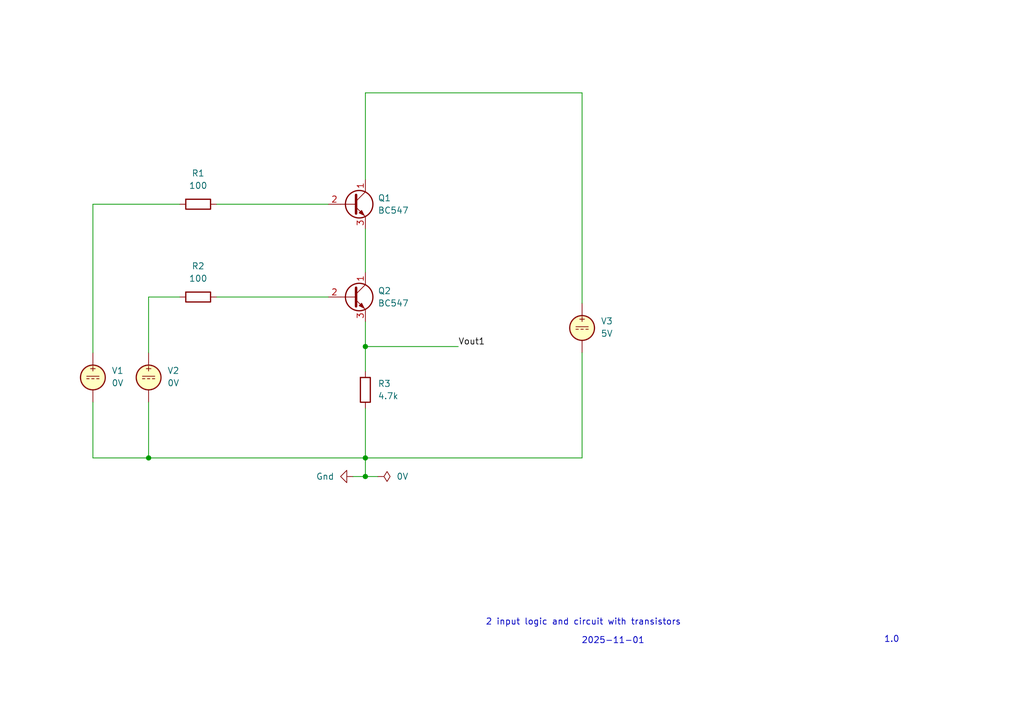
<source format=kicad_sch>
(kicad_sch (version 20250114) (generator "eeschema") (generator_version "9.0")
  (paper "A5")
  (lib_symbols
    (symbol "Device:R" (pin_numbers (hide yes)) (pin_names (offset 0))
      (property "Reference" "R" (at 2.032 0 90))
      (property "Value" "R" (at 0 0 90))
      (symbol "R_0_1"
        (rectangle (start -1.016 -2.54) (end 1.016 2.54) (stroke (width 0.254)))
      )
      (symbol "R_1_1"
        (pin passive line (at 0 3.81 270) (length 1.27) (name "~") (number "1"))
        (pin passive line (at 0 -3.81 90) (length 1.27) (name "~") (number "2"))
      )
    )
    (symbol "Simulation_SPICE:VDC" (pin_numbers (hide yes)) (pin_names (offset 0.0254))
      (property "Reference" "V" (at 2.54 2.54 0))
      (property "Value" "1" (at 2.54 0 0))
      (symbol "VDC_0_0"
        (polyline (pts (xy -1.27 0.254) (xy 1.27 0.254)))
        (polyline (pts (xy -0.762 -0.254) (xy -1.27 -0.254)))
        (polyline (pts (xy 0.254 -0.254) (xy -0.254 -0.254)))
        (polyline (pts (xy 1.27 -0.254) (xy 0.762 -0.254)))
        (text "+" (at 0 1.905 0) (effects (font (size 1.27 1.27))))
      )
      (symbol "VDC_0_1"
        (circle (center 0 0) (radius 2.54) (stroke (width 0.254)) (fill (type background)))
      )
      (symbol "VDC_1_1"
        (pin passive line (at 0 5.08 270) (length 2.54) (name "~") (number "1"))
        (pin passive line (at 0 -5.08 90) (length 2.54) (name "~") (number "2"))
      )
    )
    (symbol "Transistor_BJT:BC547" (pin_names (offset 0) (hide yes))
      (property "Reference" "Q" (at 5.08 1.905 0))
      (property "Value" "BC547" (at 5.08 0 0))
      (symbol "BC547_0_1"
        (polyline (pts (xy -2.54 0) (xy 0.635 0)))
        (polyline (pts (xy 0.635 1.905) (xy 0.635 -1.905)) (stroke (width 0.508)))
        (circle (center 1.27 0) (radius 2.8194) (stroke (width 0.254)))
      )
      (symbol "BC547_1_1"
        (polyline (pts (xy 0.635 0.635) (xy 2.54 2.54)))
        (polyline (pts (xy 0.635 -0.635) (xy 2.54 -2.54)))
        (polyline (pts (xy 1.27 -1.778) (xy 1.778 -1.27) (xy 2.286 -2.286) (xy 1.27 -1.778)) (fill (type outline)))
        (pin input line (at -5.08 0 0) (length 2.54) (name "B") (number "2"))
        (pin passive line (at 2.54 5.08 270) (length 2.54) (name "C") (number "1"))
        (pin passive line (at 2.54 -5.08 90) (length 2.54) (name "E") (number "3"))
      )
    )
    (symbol "power:GND" (power) (pin_numbers (hide yes)) (pin_names (offset 0) (hide yes))
      (property "Value" "GND" (at 0 -3.81 0))
      (symbol "GND_0_1"
        (polyline (pts (xy 0 0) (xy 0 -1.27) (xy 1.27 -1.27) (xy 0 -2.54) (xy -1.27 -1.27) (xy 0 -1.27)))
      )
      (symbol "GND_1_1"
        (pin power_in line (at 0 0 270) (length 0) (name "~") (number "1"))
      )
    )
    (symbol "power:PWR_FLAG" (power) (pin_numbers (hide yes)) (pin_names (offset 0) (hide yes))
      (property "Value" "PWR_FLAG" (at 0 3.81 0))
      (symbol "PWR_FLAG_0_0"
        (pin power_out line (at 0 0 90) (length 0) (name "~") (number "1"))
      )
      (symbol "PWR_FLAG_0_1"
        (polyline (pts (xy 0 0) (xy 0 1.27) (xy -1.016 1.905) (xy 0 2.54) (xy 1.016 1.905) (xy 0 1.27)))
      )
    )
  )
  (text "2 input logic and circuit with transistors" (at 119.634 127.762 0) (effects (font (size 1.27 1.27))))
  (text "1.0" (at 270.51 193.548 0) (effects (font (size 1.27 1.27))))
  (text "1.0" (at 182.88 131.318 0) (effects (font (size 1.27 1.27))))
  (text "2025-11-01" (at 125.73 131.572 0) (effects (font (size 1.27 1.27))))
  (text "2025-11-01" (at 212.852 193.548 0) (effects (font (size 1.27 1.27))))
  (text "2 input logic and gate with transistors" (at 206.248 189.992 0) (effects (font (size 1.27 1.27))))
  (junction (at 30.48 93.98))
  (junction (at 74.93 97.79))
  (junction (at 74.93 71.12))
  (junction (at 74.93 93.98))
  (wire (pts (xy 77.47 97.79) (xy 74.93 97.79)))
  (wire (pts (xy 74.93 71.12) (xy 74.93 76.2)))
  (wire (pts (xy 74.93 93.98) (xy 74.93 97.79)))
  (wire (pts (xy 30.48 93.98) (xy 30.48 82.55)))
  (wire (pts (xy 72.39 97.79) (xy 74.93 97.79)))
  (wire (pts (xy 19.05 41.91) (xy 19.05 72.39)))
  (wire (pts (xy 44.45 60.96) (xy 67.31 60.96)))
  (wire (pts (xy 74.93 19.05) (xy 74.93 36.83)))
  (wire (pts (xy 30.48 60.96) (xy 30.48 72.39)))
  (wire (pts (xy 30.48 93.98) (xy 74.93 93.98)))
  (wire (pts (xy 74.93 93.98) (xy 119.38 93.98)))
  (wire (pts (xy 19.05 93.98) (xy 30.48 93.98)))
  (wire (pts (xy 19.05 41.91) (xy 36.83 41.91)))
  (wire (pts (xy 74.93 46.99) (xy 74.93 55.88)))
  (wire (pts (xy 74.93 83.82) (xy 74.93 93.98)))
  (wire (pts (xy 119.38 62.23) (xy 119.38 19.05)))
  (wire (pts (xy 30.48 60.96) (xy 36.83 60.96)))
  (wire (pts (xy 74.93 66.04) (xy 74.93 71.12)))
  (wire (pts (xy 74.93 71.12) (xy 93.98 71.12)))
  (wire (pts (xy 19.05 82.55) (xy 19.05 93.98)))
  (wire (pts (xy 119.38 72.39) (xy 119.38 93.98)))
  (wire (pts (xy 44.45 41.91) (xy 67.31 41.91)))
  (wire (pts (xy 74.93 19.05) (xy 119.38 19.05)))
  (label "Vout1" (at 93.98 71.12 0))
  (symbol (lib_id "Device:R") (at 40.64 60.96 90) (unit 1)
    (property "Reference" "R2" (at 40.64 54.61 90))
    (property "Value" "100" (at 40.64 57.15 90))
    (property "Description" "Resistor" (effects (hide yes)))
  )
  (symbol (lib_id "Device:R") (at 40.64 41.91 90) (unit 1)
    (property "Reference" "R1" (at 40.64 35.56 90))
    (property "Value" "100" (at 40.64 38.1 90))
    (property "Description" "Resistor" (effects (hide yes)))
  )
  (symbol (lib_id "Simulation_SPICE:VDC") (at 19.05 77.47 0) (unit 1)
    (property "Reference" "V1" (at 22.86 76.0701 0) (effects (justify left)))
    (property "Value" "0V" (at 22.86 78.6101 0) (effects (justify left)))
    (property "Datasheet" "https://ngspice.sourceforge.io/docs/ngspice-html-manual/manual.xhtml#sec_Independent_Sources_for" (effects (hide yes)))
    (property "Description" "Voltage source, DC" (effects (hide yes)))
    (property "Sim.Pins" "1=+ 2=-" (effects (hide yes)))
    (property "Sim.Type" "DC" (effects (hide yes)))
    (property "Sim.Device" "V" (effects (hide yes)))
  )
  (symbol (lib_id "power:PWR_FLAG") (at 77.47 97.79 270) (unit 1)
    (property "Reference" "#FLG02" (effects (hide yes)))
    (property "Value" "0V" (at 81.28 97.7899 90) (effects (justify left)))
    (property "Description" "Special symbol for telling ERC where power comes from" (effects (hide yes)))
  )
  (symbol (lib_id "Transistor_BJT:BC547") (at 72.39 60.96 0) (unit 1)
    (property "Reference" "Q2" (at 77.47 59.6899 0) (effects (justify left)))
    (property "Value" "BC547" (at 77.47 62.2299 0) (effects (justify left)))
    (property "Footprint" "Package_TO_SOT_THT:TO-92_Inline" (effects (hide yes)))
    (property "Datasheet" "https://www.onsemi.com/pub/Collateral/BC550-D.pdf" (effects (hide yes)))
    (property "Description" "0.1A Ic, 45V Vce, Small Signal NPN Transistor, TO-92" (effects (hide yes)))
    (property "Sim.Library" "/home/kjetil/kicad/bc547c/bc547c_spice.lib" (effects (hide yes)))
    (property "Sim.Name" "BC547C" (effects (hide yes)))
    (property "Sim.Device" "SUBCKT" (effects (hide yes)))
    (property "Sim.Pins" "1=C 2=B 3=E" (effects (hide yes)))
  )
  (symbol (lib_id "Simulation_SPICE:VDC") (at 119.38 67.31 0) (unit 1)
    (property "Reference" "V3" (at 123.19 65.9101 0) (effects (justify left)))
    (property "Value" "5V" (at 123.19 68.4501 0) (effects (justify left)))
    (property "Datasheet" "https://ngspice.sourceforge.io/docs/ngspice-html-manual/manual.xhtml#sec_Independent_Sources_for" (effects (hide yes)))
    (property "Description" "Voltage source, DC" (effects (hide yes)))
    (property "Sim.Pins" "1=+ 2=-" (effects (hide yes)))
    (property "Sim.Type" "DC" (effects (hide yes)))
    (property "Sim.Device" "V" (effects (hide yes)))
  )
  (symbol (lib_id "Simulation_SPICE:VDC") (at 30.48 77.47 0) (unit 1)
    (property "Reference" "V2" (at 34.29 76.0701 0) (effects (justify left)))
    (property "Value" "0V" (at 34.29 78.6101 0) (effects (justify left)))
    (property "Datasheet" "https://ngspice.sourceforge.io/docs/ngspice-html-manual/manual.xhtml#sec_Independent_Sources_for" (effects (hide yes)))
    (property "Description" "Voltage source, DC" (effects (hide yes)))
    (property "Sim.Pins" "1=+ 2=-" (effects (hide yes)))
    (property "Sim.Type" "DC" (effects (hide yes)))
    (property "Sim.Device" "V" (effects (hide yes)))
  )
  (symbol (lib_id "Transistor_BJT:BC547") (at 72.39 41.91 0) (unit 1)
    (property "Reference" "Q1" (at 77.47 40.6399 0) (effects (justify left)))
    (property "Value" "BC547" (at 77.47 43.1799 0) (effects (justify left)))
    (property "Footprint" "Package_TO_SOT_THT:TO-92_Inline" (effects (hide yes)))
    (property "Datasheet" "https://www.onsemi.com/pub/Collateral/BC550-D.pdf" (effects (hide yes)))
    (property "Description" "0.1A Ic, 45V Vce, Small Signal NPN Transistor, TO-92" (effects (hide yes)))
    (property "Sim.Library" "/home/kjetil/kicad/bc547c/bc547c_spice.lib" (effects (hide yes)))
    (property "Sim.Name" "BC547C" (effects (hide yes)))
    (property "Sim.Device" "SUBCKT" (effects (hide yes)))
    (property "Sim.Pins" "1=C 2=B 3=E" (effects (hide yes)))
  )
  (symbol (lib_id "power:GND") (at 72.39 97.79 270) (unit 1)
    (property "Reference" "#PWR01" (effects (hide yes)))
    (property "Value" "Gnd" (at 68.58 97.7899 90) (effects (justify right)))
    (property "Description" "Power symbol creates a global label with name \"GND\" , ground" (effects (hide yes)))
  )
  (symbol (lib_id "Device:R") (at 74.93 80.01 180) (unit 1)
    (property "Reference" "R3" (at 77.47 78.7399 0) (effects (justify right)))
    (property "Value" "4.7k" (at 77.47 81.2799 0) (effects (justify right)))
    (property "Description" "Resistor" (effects (hide yes)))
  )
)
</source>
